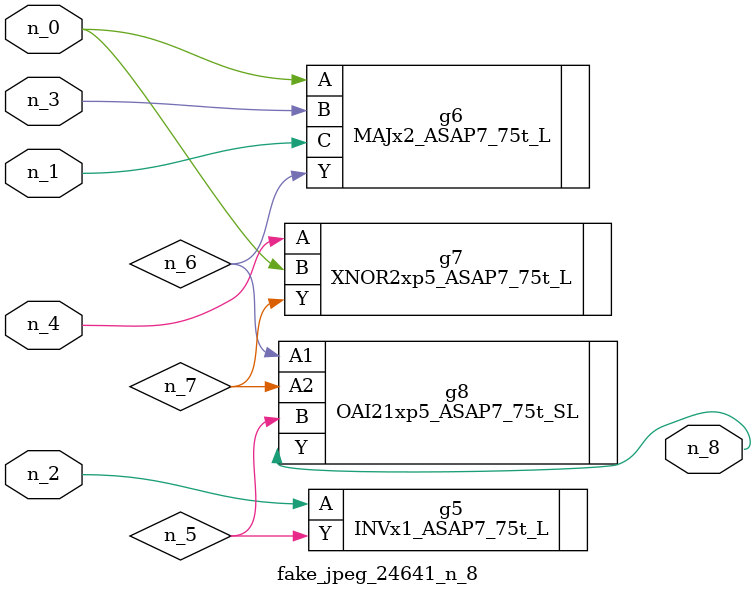
<source format=v>
module fake_jpeg_24641_n_8 (n_3, n_2, n_1, n_0, n_4, n_8);

input n_3;
input n_2;
input n_1;
input n_0;
input n_4;

output n_8;

wire n_6;
wire n_5;
wire n_7;

INVx1_ASAP7_75t_L g5 ( 
.A(n_2),
.Y(n_5)
);

MAJx2_ASAP7_75t_L g6 ( 
.A(n_0),
.B(n_3),
.C(n_1),
.Y(n_6)
);

XNOR2xp5_ASAP7_75t_L g7 ( 
.A(n_4),
.B(n_0),
.Y(n_7)
);

OAI21xp5_ASAP7_75t_SL g8 ( 
.A1(n_6),
.A2(n_7),
.B(n_5),
.Y(n_8)
);


endmodule
</source>
